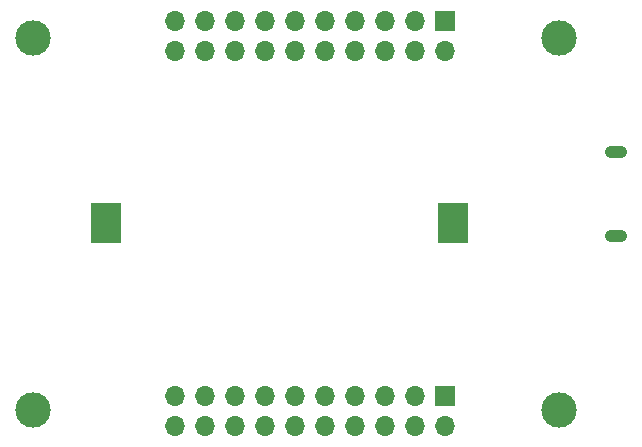
<source format=gbr>
%TF.GenerationSoftware,KiCad,Pcbnew,(5.1.9)-1*%
%TF.CreationDate,2021-08-30T23:08:19-04:00*%
%TF.ProjectId,STM32G491,53544d33-3247-4343-9931-2e6b69636164,rev?*%
%TF.SameCoordinates,Original*%
%TF.FileFunction,Soldermask,Bot*%
%TF.FilePolarity,Negative*%
%FSLAX46Y46*%
G04 Gerber Fmt 4.6, Leading zero omitted, Abs format (unit mm)*
G04 Created by KiCad (PCBNEW (5.1.9)-1) date 2021-08-30 23:08:19*
%MOMM*%
%LPD*%
G01*
G04 APERTURE LIST*
%ADD10C,3.000000*%
%ADD11O,1.900000X1.050000*%
%ADD12R,1.700000X1.700000*%
%ADD13O,1.700000X1.700000*%
%ADD14R,2.540000X3.510000*%
G04 APERTURE END LIST*
D10*
%TO.C,REF\u002A\u002A*%
X165100000Y-64250000D03*
%TD*%
%TO.C,REF\u002A\u002A*%
X165100000Y-95750000D03*
%TD*%
%TO.C,REF\u002A\u002A*%
X209600000Y-95750000D03*
%TD*%
%TO.C,REF\u002A\u002A*%
X209600000Y-64250000D03*
%TD*%
D11*
%TO.C,USB_IN1*%
X214450000Y-73825000D03*
X214450000Y-80975000D03*
%TD*%
D12*
%TO.C,J2*%
X200000000Y-94550000D03*
D13*
X200000000Y-97090000D03*
X197460000Y-94550000D03*
X197460000Y-97090000D03*
X194920000Y-94550000D03*
X194920000Y-97090000D03*
X192380000Y-94550000D03*
X192380000Y-97090000D03*
X189840000Y-94550000D03*
X189840000Y-97090000D03*
X187300000Y-94550000D03*
X187300000Y-97090000D03*
X184760000Y-94550000D03*
X184760000Y-97090000D03*
X182220000Y-94550000D03*
X182220000Y-97090000D03*
X179680000Y-94550000D03*
X179680000Y-97090000D03*
X177140000Y-94550000D03*
X177140000Y-97090000D03*
%TD*%
%TO.C,J1*%
X177140000Y-65290000D03*
X177140000Y-62750000D03*
X179680000Y-65290000D03*
X179680000Y-62750000D03*
X182220000Y-65290000D03*
X182220000Y-62750000D03*
X184760000Y-65290000D03*
X184760000Y-62750000D03*
X187300000Y-65290000D03*
X187300000Y-62750000D03*
X189840000Y-65290000D03*
X189840000Y-62750000D03*
X192380000Y-65290000D03*
X192380000Y-62750000D03*
X194920000Y-65290000D03*
X194920000Y-62750000D03*
X197460000Y-65290000D03*
X197460000Y-62750000D03*
X200000000Y-65290000D03*
D12*
X200000000Y-62750000D03*
%TD*%
D14*
%TO.C,Battery1*%
X200680000Y-79850000D03*
X171320000Y-79850000D03*
%TD*%
M02*

</source>
